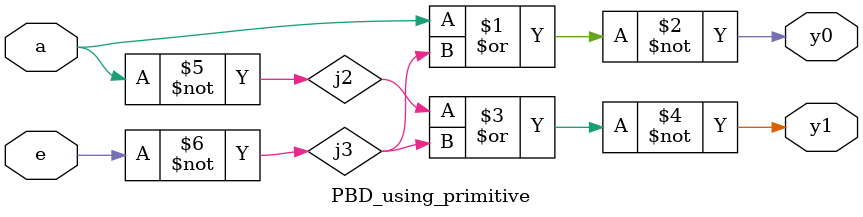
<source format=sv>
module PBD_using_primitive (input a,e,output y0,y1);
	
	wire j0,j1,j2,j3;

	not #(5,7) a_prime (j2,a);
	not #(5,7) e_prime (j3,e);

	nor #(9,11) a_nor_e_prime (y0,a,j3);
	nor #(9,11) a_prime_nor_e_prime (y1,j2,j3);

endmodule
</source>
